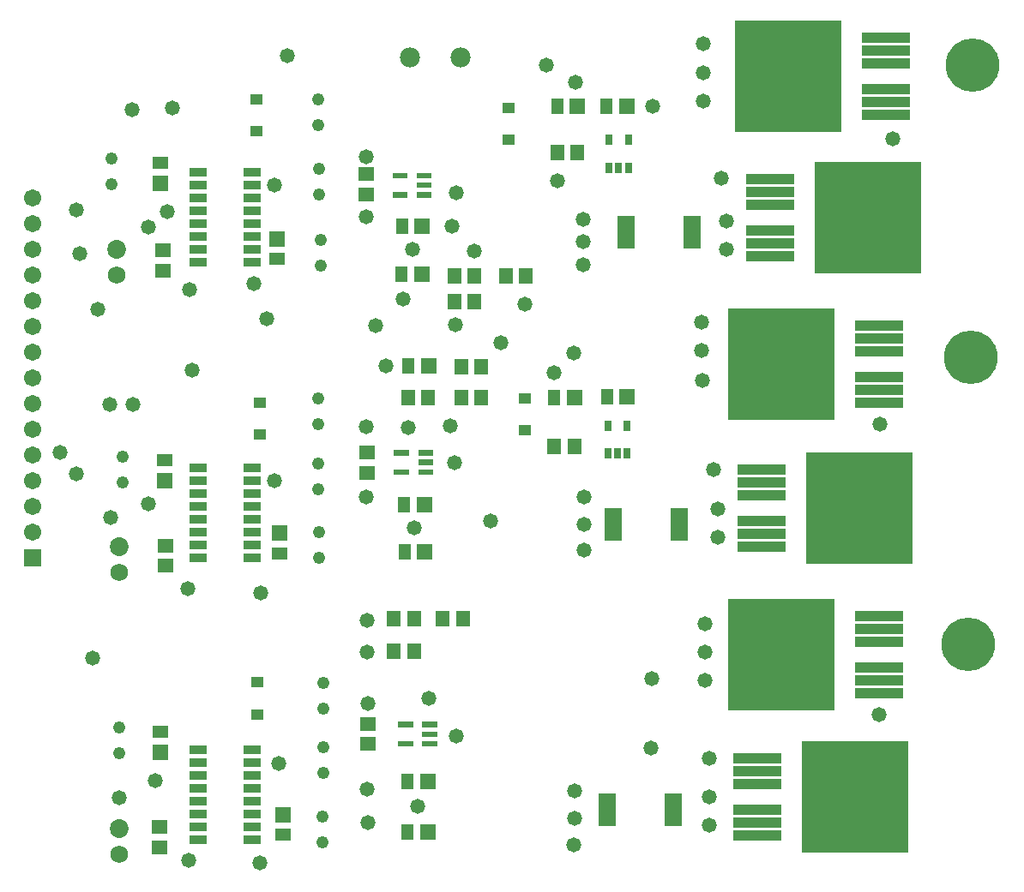
<source format=gts>
G04*
G04 #@! TF.GenerationSoftware,Altium Limited,Altium Designer,23.10.1 (27)*
G04*
G04 Layer_Color=8388736*
%FSLAX25Y25*%
%MOIN*%
G70*
G04*
G04 #@! TF.SameCoordinates,92CF8CD3-C0A9-45A0-95EF-EEFF48AC6B84*
G04*
G04*
G04 #@! TF.FilePolarity,Negative*
G04*
G01*
G75*
%ADD27R,0.41745X0.43320*%
%ADD28R,0.18910X0.03950*%
%ADD29R,0.05328X0.06115*%
%ADD30R,0.05918X0.06312*%
%ADD31R,0.05131X0.06312*%
%ADD32R,0.06115X0.05328*%
%ADD33R,0.06706X0.03359*%
%ADD34R,0.06312X0.05131*%
%ADD35R,0.06312X0.05918*%
%ADD36R,0.04540X0.04343*%
%ADD37R,0.02762X0.04337*%
%ADD38R,0.07099X0.13005*%
%ADD39C,0.20800*%
%ADD40C,0.04800*%
%ADD41C,0.07300*%
%ADD42C,0.06800*%
%ADD43C,0.07800*%
%ADD44R,0.06706X0.06706*%
%ADD45C,0.06706*%
%ADD46C,0.05800*%
G36*
X157624Y54643D02*
Y52443D01*
X151824D01*
Y54643D01*
X157624D01*
D02*
G37*
G36*
X167024D02*
Y52443D01*
X161224D01*
Y54643D01*
X167024D01*
D02*
G37*
G36*
Y58384D02*
Y56183D01*
X161224D01*
Y58384D01*
X167024D01*
D02*
G37*
G36*
X157624Y62124D02*
Y59924D01*
X151824D01*
Y62124D01*
X157624D01*
D02*
G37*
G36*
X167024D02*
Y59924D01*
X161224D01*
Y62124D01*
X167024D01*
D02*
G37*
G36*
X156074Y160352D02*
Y158152D01*
X150274D01*
Y160352D01*
X156074D01*
D02*
G37*
G36*
X165474D02*
Y158152D01*
X159674D01*
Y160352D01*
X165474D01*
D02*
G37*
G36*
X164939Y273506D02*
X159139D01*
Y275706D01*
X164939D01*
Y273506D01*
D02*
G37*
G36*
X155539D02*
X149739D01*
Y275706D01*
X155539D01*
Y273506D01*
D02*
G37*
G36*
X164939Y269766D02*
X159139D01*
Y271966D01*
X164939D01*
Y269766D01*
D02*
G37*
G36*
Y266026D02*
X159139D01*
Y268226D01*
X164939D01*
Y266026D01*
D02*
G37*
G36*
X155539D02*
X149739D01*
Y268226D01*
X155539D01*
Y266026D01*
D02*
G37*
G36*
X165474Y165632D02*
X159674D01*
Y167832D01*
X165474D01*
Y165632D01*
D02*
G37*
G36*
X156074D02*
X150274D01*
Y167832D01*
X156074D01*
Y165632D01*
D02*
G37*
G36*
X165474Y161892D02*
X159674D01*
Y164092D01*
X165474D01*
Y161892D01*
D02*
G37*
D27*
X303590Y313197D02*
D03*
X334528Y258197D02*
D03*
X300941Y201197D02*
D03*
X331165Y145197D02*
D03*
X300728Y88165D02*
D03*
X329398Y32913D02*
D03*
D28*
X341583Y328197D02*
D03*
Y323197D02*
D03*
Y318197D02*
D03*
Y308197D02*
D03*
Y303197D02*
D03*
Y298197D02*
D03*
X296535Y273197D02*
D03*
Y268197D02*
D03*
Y263197D02*
D03*
Y253197D02*
D03*
Y248197D02*
D03*
Y243197D02*
D03*
X338933Y216197D02*
D03*
Y211197D02*
D03*
Y206197D02*
D03*
Y196197D02*
D03*
Y191197D02*
D03*
Y186197D02*
D03*
X293173Y160197D02*
D03*
Y155197D02*
D03*
Y150197D02*
D03*
Y140197D02*
D03*
Y135197D02*
D03*
Y130197D02*
D03*
X338720Y103165D02*
D03*
Y98165D02*
D03*
Y93165D02*
D03*
Y83165D02*
D03*
Y78165D02*
D03*
Y73165D02*
D03*
X291406Y47913D02*
D03*
Y42913D02*
D03*
Y37913D02*
D03*
Y27913D02*
D03*
Y22913D02*
D03*
Y17913D02*
D03*
D29*
X155709Y188287D02*
D03*
X163583D02*
D03*
X184252Y200394D02*
D03*
X176378D02*
D03*
Y188189D02*
D03*
X184252D02*
D03*
X213638Y283606D02*
D03*
X221512D02*
D03*
X220472Y169291D02*
D03*
X212598D02*
D03*
X181579Y235661D02*
D03*
X173705D02*
D03*
X193705D02*
D03*
X201579D02*
D03*
X158138Y102157D02*
D03*
X150264D02*
D03*
X169209Y102350D02*
D03*
X177083D02*
D03*
X181579Y225661D02*
D03*
X173705D02*
D03*
X158138Y89488D02*
D03*
X150264D02*
D03*
D30*
X163716Y200480D02*
D03*
X163386Y19291D02*
D03*
Y38976D02*
D03*
X240661Y301606D02*
D03*
X221512D02*
D03*
X240945Y188583D02*
D03*
X220291Y188358D02*
D03*
X161028Y236370D02*
D03*
X162205Y128347D02*
D03*
X161276Y254866D02*
D03*
X161984Y146705D02*
D03*
D31*
X155842Y200480D02*
D03*
X155512Y19291D02*
D03*
Y38976D02*
D03*
X232787Y301606D02*
D03*
X213638D02*
D03*
X233071Y188583D02*
D03*
X212417Y188358D02*
D03*
X153154Y236370D02*
D03*
X154331Y128347D02*
D03*
X153402Y254866D02*
D03*
X154110Y146705D02*
D03*
D32*
X139764Y159055D02*
D03*
Y166929D02*
D03*
X140157Y61417D02*
D03*
Y53543D02*
D03*
X59055Y13386D02*
D03*
Y21260D02*
D03*
X60433Y237697D02*
D03*
Y245571D02*
D03*
X61417Y122835D02*
D03*
Y130709D02*
D03*
X139567Y267224D02*
D03*
Y275098D02*
D03*
D33*
X74016Y275768D02*
D03*
Y270768D02*
D03*
Y265768D02*
D03*
Y260768D02*
D03*
Y255768D02*
D03*
Y250768D02*
D03*
Y245768D02*
D03*
Y240768D02*
D03*
X95276D02*
D03*
Y245768D02*
D03*
Y250768D02*
D03*
Y255768D02*
D03*
Y260768D02*
D03*
Y265768D02*
D03*
Y270768D02*
D03*
Y275768D02*
D03*
X74016Y51358D02*
D03*
Y46358D02*
D03*
Y41358D02*
D03*
Y36358D02*
D03*
Y31358D02*
D03*
Y26358D02*
D03*
Y21358D02*
D03*
Y16358D02*
D03*
X95276D02*
D03*
Y21358D02*
D03*
Y26358D02*
D03*
Y31358D02*
D03*
Y36358D02*
D03*
Y41358D02*
D03*
Y46358D02*
D03*
Y51358D02*
D03*
Y160787D02*
D03*
Y155787D02*
D03*
Y150787D02*
D03*
Y145787D02*
D03*
Y140787D02*
D03*
Y135787D02*
D03*
Y130787D02*
D03*
Y125787D02*
D03*
X74016D02*
D03*
Y130787D02*
D03*
Y135787D02*
D03*
Y140787D02*
D03*
Y145787D02*
D03*
Y150787D02*
D03*
Y155787D02*
D03*
Y160787D02*
D03*
D34*
X59449Y279528D02*
D03*
Y58268D02*
D03*
X107087Y18110D02*
D03*
X104677Y242173D02*
D03*
X61024Y163779D02*
D03*
X105905Y127559D02*
D03*
D35*
X59449Y271654D02*
D03*
Y50394D02*
D03*
X107087Y25984D02*
D03*
X104677Y250047D02*
D03*
X61024Y155905D02*
D03*
X105905Y135433D02*
D03*
D36*
X97244Y77461D02*
D03*
Y65059D02*
D03*
X96850Y304232D02*
D03*
Y291831D02*
D03*
X98032Y173819D02*
D03*
Y186221D02*
D03*
X194882Y301083D02*
D03*
Y288681D02*
D03*
X201181Y175492D02*
D03*
Y187894D02*
D03*
D37*
X233835Y277606D02*
D03*
X237575D02*
D03*
X241315D02*
D03*
Y288433D02*
D03*
X233835D02*
D03*
X233409Y177311D02*
D03*
X240890D02*
D03*
Y166484D02*
D03*
X237150D02*
D03*
X233409D02*
D03*
D38*
X265999Y252445D02*
D03*
X240409D02*
D03*
X235402Y139071D02*
D03*
X260992D02*
D03*
X258724Y27913D02*
D03*
X233134D02*
D03*
D39*
X373441Y92307D02*
D03*
X375197Y317717D02*
D03*
X374410Y203937D02*
D03*
D40*
X122835Y42362D02*
D03*
Y52362D02*
D03*
Y67323D02*
D03*
Y77323D02*
D03*
X43307Y59842D02*
D03*
Y49843D02*
D03*
X122441Y15197D02*
D03*
Y25197D02*
D03*
X120866Y294331D02*
D03*
Y304331D02*
D03*
X121260Y267165D02*
D03*
Y277165D02*
D03*
X40551Y281102D02*
D03*
Y271102D02*
D03*
X121653Y239606D02*
D03*
Y249606D02*
D03*
X120866Y177795D02*
D03*
Y187795D02*
D03*
Y152598D02*
D03*
Y162598D02*
D03*
X44685Y165256D02*
D03*
Y155256D02*
D03*
X121260Y125827D02*
D03*
Y135827D02*
D03*
D41*
X43307Y20748D02*
D03*
X42520Y245768D02*
D03*
X43307Y130197D02*
D03*
D42*
Y10748D02*
D03*
X42520Y235768D02*
D03*
X43307Y120197D02*
D03*
D43*
X156299Y320472D02*
D03*
X175984D02*
D03*
D44*
X9945Y125969D02*
D03*
D45*
Y135968D02*
D03*
Y145968D02*
D03*
Y155968D02*
D03*
Y165969D02*
D03*
Y175969D02*
D03*
Y185968D02*
D03*
Y195968D02*
D03*
Y205968D02*
D03*
Y215968D02*
D03*
Y225969D02*
D03*
Y235968D02*
D03*
Y245969D02*
D03*
Y255968D02*
D03*
Y265968D02*
D03*
D46*
X95669Y232677D02*
D03*
X98425Y112205D02*
D03*
X159449Y29134D02*
D03*
X213779Y272441D02*
D03*
X220866Y311024D02*
D03*
X209449Y317717D02*
D03*
X250787Y301575D02*
D03*
X270472Y314567D02*
D03*
Y303543D02*
D03*
X250394Y78839D02*
D03*
X70866Y230315D02*
D03*
X70079Y113779D02*
D03*
X70472Y8268D02*
D03*
X139370Y281890D02*
D03*
X71653Y198819D02*
D03*
X155905Y176673D02*
D03*
X139370Y176772D02*
D03*
X172047Y177165D02*
D03*
X274410Y160236D02*
D03*
X250000Y51968D02*
D03*
X174409Y56524D02*
D03*
X139567Y258634D02*
D03*
X174606Y267913D02*
D03*
X220079Y205512D02*
D03*
X212598Y198031D02*
D03*
X201181Y224579D02*
D03*
X187795Y140157D02*
D03*
X139764Y101575D02*
D03*
Y89370D02*
D03*
X163779Y71260D02*
D03*
X173622Y162992D02*
D03*
X191732Y209449D02*
D03*
X181496Y245276D02*
D03*
X174213Y216634D02*
D03*
X147280Y200480D02*
D03*
X139764Y35827D02*
D03*
X140157Y22835D02*
D03*
Y69291D02*
D03*
X98032Y7087D02*
D03*
X105512Y46063D02*
D03*
X43307Y32677D02*
D03*
X54724Y146850D02*
D03*
X57480Y39370D02*
D03*
X139370Y149606D02*
D03*
X172638Y254921D02*
D03*
X143110Y216339D02*
D03*
X103937Y270866D02*
D03*
X48819Y185433D02*
D03*
X100787Y218898D02*
D03*
X64173Y300787D02*
D03*
X48425Y300394D02*
D03*
X103937Y155905D02*
D03*
X40157Y141732D02*
D03*
X26772Y158661D02*
D03*
X20472Y166929D02*
D03*
X39764Y185433D02*
D03*
X33071Y86811D02*
D03*
X62205Y260531D02*
D03*
X54626Y254724D02*
D03*
X224142Y128945D02*
D03*
X158197Y137520D02*
D03*
X224142Y138945D02*
D03*
X276142Y144945D02*
D03*
X224142Y149445D02*
D03*
X272929Y32913D02*
D03*
Y47913D02*
D03*
X223704Y248945D02*
D03*
X279504Y245945D02*
D03*
Y256945D02*
D03*
X276142Y133945D02*
D03*
X272929Y21913D02*
D03*
X338929Y64913D02*
D03*
X28051Y244291D02*
D03*
X35039Y222539D02*
D03*
X153642Y226673D02*
D03*
X220232Y14252D02*
D03*
X220331Y24685D02*
D03*
X220429Y35413D02*
D03*
X271260Y78347D02*
D03*
Y89370D02*
D03*
Y100394D02*
D03*
X223804Y257745D02*
D03*
X270152Y194945D02*
D03*
X269652Y206445D02*
D03*
Y217445D02*
D03*
X270472Y325984D02*
D03*
X339142Y177945D02*
D03*
X344004Y288945D02*
D03*
X108945Y321339D02*
D03*
X277367Y273573D02*
D03*
X223704Y239945D02*
D03*
X26945Y261339D02*
D03*
X157590Y245870D02*
D03*
M02*

</source>
